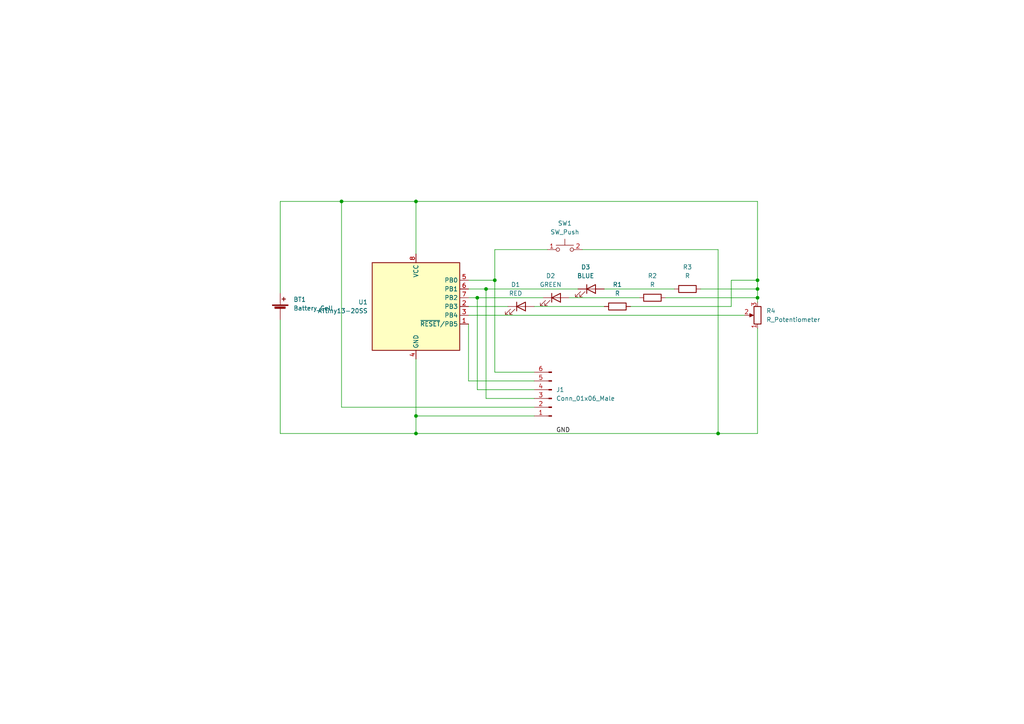
<source format=kicad_sch>
(kicad_sch (version 20211123) (generator eeschema)
  (paper "A4")
  (lib_symbols
    (symbol "Connector:Conn_01x06_Male" (pin_names (offset 1.016) hide)
      (property "Reference" "J" (at 0 7.62 0))
      (property "Value" "Conn_01x06_Male" (at 0 -10.16 0))
      (symbol "Conn_01x06_Male_1_1"
        (polyline (pts (xy 1.27 -7.62) (xy 0.8636 -7.62)) (stroke (width 0.1524)))
        (polyline (pts (xy 1.27 -5.08) (xy 0.8636 -5.08)) (stroke (width 0.1524)))
        (polyline (pts (xy 1.27 -2.54) (xy 0.8636 -2.54)) (stroke (width 0.1524)))
        (polyline (pts (xy 1.27 0) (xy 0.8636 0)) (stroke (width 0.1524)))
        (polyline (pts (xy 1.27 2.54) (xy 0.8636 2.54)) (stroke (width 0.1524)))
        (polyline (pts (xy 1.27 5.08) (xy 0.8636 5.08)) (stroke (width 0.1524)))
        (rectangle (start 0.8636 -7.493) (end 0 -7.747) (stroke (width 0.1524)) (fill (type outline)))
        (rectangle (start 0.8636 -4.953) (end 0 -5.207) (stroke (width 0.1524)) (fill (type outline)))
        (rectangle (start 0.8636 -2.413) (end 0 -2.667) (stroke (width 0.1524)) (fill (type outline)))
        (rectangle (start 0.8636 0.127) (end 0 -0.127) (stroke (width 0.1524)) (fill (type outline)))
        (rectangle (start 0.8636 2.667) (end 0 2.413) (stroke (width 0.1524)) (fill (type outline)))
        (rectangle (start 0.8636 5.207) (end 0 4.953) (stroke (width 0.1524)) (fill (type outline)))
        (pin passive line (at 5.08 5.08 180) (length 3.81) (name "Pin_1") (number "1"))
        (pin passive line (at 5.08 2.54 180) (length 3.81) (name "Pin_2") (number "2"))
        (pin passive line (at 5.08 0 180) (length 3.81) (name "Pin_3") (number "3"))
        (pin passive line (at 5.08 -2.54 180) (length 3.81) (name "Pin_4") (number "4"))
        (pin passive line (at 5.08 -5.08 180) (length 3.81) (name "Pin_5") (number "5"))
        (pin passive line (at 5.08 -7.62 180) (length 3.81) (name "Pin_6") (number "6"))
      )
    )
    (symbol "Device:Battery_Cell" (pin_numbers hide) (pin_names (offset 0) hide)
      (property "Reference" "BT" (at 2.54 2.54 0))
      (property "Value" "Battery_Cell" (at 2.54 0 0))
      (symbol "Battery_Cell_0_1"
        (rectangle (start -2.286 1.778) (end 2.286 1.524) (fill (type outline)))
        (rectangle (start -1.5748 1.1938) (end 1.4732 0.6858) (fill (type outline)))
        (polyline (pts (xy 0 0.762) (xy 0 0)))
        (polyline (pts (xy 0 1.778) (xy 0 2.54)))
        (polyline (pts (xy 0.508 3.429) (xy 1.524 3.429)) (stroke (width 0.254)))
        (polyline (pts (xy 1.016 3.937) (xy 1.016 2.921)) (stroke (width 0.254)))
      )
      (symbol "Battery_Cell_1_1"
        (pin passive line (at 0 5.08 270) (length 2.54) (name "+") (number "1"))
        (pin passive line (at 0 -2.54 90) (length 2.54) (name "-") (number "2"))
      )
    )
    (symbol "Device:LED" (pin_numbers hide) (pin_names (offset 1.016) hide)
      (property "Reference" "D" (at 0 2.54 0))
      (property "Value" "LED" (at 0 -2.54 0))
      (symbol "LED_0_1"
        (polyline (pts (xy -1.27 -1.27) (xy -1.27 1.27)) (stroke (width 0.254)))
        (polyline (pts (xy -1.27 0) (xy 1.27 0)))
        (polyline (pts (xy 1.27 -1.27) (xy 1.27 1.27) (xy -1.27 0) (xy 1.27 -1.27)) (stroke (width 0.254)))
        (polyline (pts (xy -3.048 -0.762) (xy -4.572 -2.286) (xy -3.81 -2.286) (xy -4.572 -2.286) (xy -4.572 -1.524)))
        (polyline (pts (xy -1.778 -0.762) (xy -3.302 -2.286) (xy -2.54 -2.286) (xy -3.302 -2.286) (xy -3.302 -1.524)))
      )
      (symbol "LED_1_1"
        (pin passive line (at -3.81 0 0) (length 2.54) (name "K") (number "1"))
        (pin passive line (at 3.81 0 180) (length 2.54) (name "A") (number "2"))
      )
    )
    (symbol "Device:R" (pin_numbers hide) (pin_names (offset 0))
      (property "Reference" "R" (at 2.032 0 90))
      (property "Value" "R" (at 0 0 90))
      (symbol "R_0_1"
        (rectangle (start -1.016 -2.54) (end 1.016 2.54) (stroke (width 0.254)))
      )
      (symbol "R_1_1"
        (pin passive line (at 0 3.81 270) (length 1.27) (name "~") (number "1"))
        (pin passive line (at 0 -3.81 90) (length 1.27) (name "~") (number "2"))
      )
    )
    (symbol "Device:R_Potentiometer" (pin_names (offset 1.016) hide)
      (property "Reference" "RV" (at -4.445 0 90))
      (property "Value" "R_Potentiometer" (at -2.54 0 90))
      (symbol "R_Potentiometer_0_1"
        (polyline (pts (xy 2.54 0) (xy 1.524 0)))
        (polyline (pts (xy 1.143 0) (xy 2.286 0.508) (xy 2.286 -0.508) (xy 1.143 0)) (fill (type outline)))
        (rectangle (start 1.016 2.54) (end -1.016 -2.54) (stroke (width 0.254)))
      )
      (symbol "R_Potentiometer_1_1"
        (pin passive line (at 0 3.81 270) (length 1.27) (name "1") (number "1"))
        (pin passive line (at 3.81 0 180) (length 1.27) (name "2") (number "2"))
        (pin passive line (at 0 -3.81 90) (length 1.27) (name "3") (number "3"))
      )
    )
    (symbol "MCU_Microchip_ATtiny:ATtiny13-20SS"
      (property "Reference" "U" (at -12.7 13.97 0))
      (property "Value" "ATtiny13-20SS" (at 2.54 -13.97 0))
      (symbol "ATtiny13-20SS_0_1"
        (rectangle (start -12.7 -12.7) (end 12.7 12.7) (stroke (width 0.254)) (fill (type background)))
      )
      (symbol "ATtiny13-20SS_1_1"
        (pin bidirectional line (at 15.24 -5.08 180) (length 2.54) (name "~{RESET}/PB5") (number "1"))
        (pin bidirectional line (at 15.24 0 180) (length 2.54) (name "PB3") (number "2"))
        (pin bidirectional line (at 15.24 -2.54 180) (length 2.54) (name "PB4") (number "3"))
        (pin power_in line (at 0 -15.24 90) (length 2.54) (name "GND") (number "4"))
        (pin bidirectional line (at 15.24 7.62 180) (length 2.54) (name "PB0") (number "5"))
        (pin bidirectional line (at 15.24 5.08 180) (length 2.54) (name "PB1") (number "6"))
        (pin bidirectional line (at 15.24 2.54 180) (length 2.54) (name "PB2") (number "7"))
        (pin power_in line (at 0 15.24 270) (length 2.54) (name "VCC") (number "8"))
      )
    )
    (symbol "Switch:SW_Push" (pin_names (offset 1.016) hide)
      (property "Reference" "SW" (at 1.27 2.54 0))
      (property "Value" "SW_Push" (at 0 -1.524 0))
      (symbol "SW_Push_0_1"
        (circle (center -2.032 0) (radius 0.508))
        (polyline (pts (xy 0 1.27) (xy 0 3.048)))
        (polyline (pts (xy 2.54 1.27) (xy -2.54 1.27)))
        (circle (center 2.032 0) (radius 0.508))
        (pin passive line (at -5.08 0 0) (length 2.54) (name "1") (number "1"))
        (pin passive line (at 5.08 0 180) (length 2.54) (name "2") (number "2"))
      )
    )
  )
  (junction (at 208.28 125.73))
  (junction (at 140.97 83.82))
  (junction (at 120.65 58.42))
  (junction (at 120.65 120.65))
  (junction (at 219.71 81.28))
  (junction (at 99.06 58.42))
  (junction (at 219.71 83.82))
  (junction (at 143.51 81.28))
  (junction (at 219.71 86.36))
  (junction (at 120.65 125.73))
  (junction (at 138.43 86.36))
  (wire (pts (xy 212.09 88.9) (xy 212.09 81.28)))
  (wire (pts (xy 120.65 120.65) (xy 120.65 125.73)))
  (wire (pts (xy 193.04 86.36) (xy 219.71 86.36)))
  (wire (pts (xy 154.94 110.49) (xy 135.89 110.49)))
  (wire (pts (xy 219.71 81.28) (xy 219.71 58.42)))
  (wire (pts (xy 81.28 125.73) (xy 120.65 125.73)))
  (wire (pts (xy 143.51 72.39) (xy 143.51 81.28)))
  (wire (pts (xy 135.89 110.49) (xy 135.89 93.98)))
  (wire (pts (xy 138.43 113.03) (xy 138.43 86.36)))
  (wire (pts (xy 120.65 58.42) (xy 219.71 58.42)))
  (wire (pts (xy 154.94 107.95) (xy 143.51 107.95)))
  (wire (pts (xy 99.06 58.42) (xy 99.06 118.11)))
  (wire (pts (xy 175.26 83.82) (xy 195.58 83.82)))
  (wire (pts (xy 212.09 81.28) (xy 219.71 81.28)))
  (wire (pts (xy 99.06 58.42) (xy 120.65 58.42)))
  (wire (pts (xy 81.28 85.09) (xy 81.28 58.42)))
  (wire (pts (xy 154.94 120.65) (xy 120.65 120.65)))
  (wire (pts (xy 182.88 88.9) (xy 212.09 88.9)))
  (wire (pts (xy 208.28 72.39) (xy 208.28 125.73)))
  (wire (pts (xy 219.71 95.25) (xy 219.71 125.73)))
  (wire (pts (xy 135.89 91.44) (xy 215.9 91.44)))
  (wire (pts (xy 219.71 86.36) (xy 219.71 87.63)))
  (wire (pts (xy 138.43 86.36) (xy 135.89 86.36)))
  (wire (pts (xy 154.94 88.9) (xy 175.26 88.9)))
  (wire (pts (xy 219.71 83.82) (xy 219.71 86.36)))
  (wire (pts (xy 81.28 58.42) (xy 99.06 58.42)))
  (wire (pts (xy 143.51 107.95) (xy 143.51 81.28)))
  (wire (pts (xy 219.71 125.73) (xy 208.28 125.73)))
  (wire (pts (xy 154.94 115.57) (xy 140.97 115.57)))
  (wire (pts (xy 165.1 86.36) (xy 185.42 86.36)))
  (wire (pts (xy 120.65 125.73) (xy 208.28 125.73)))
  (wire (pts (xy 135.89 88.9) (xy 147.32 88.9)))
  (wire (pts (xy 140.97 83.82) (xy 167.64 83.82)))
  (wire (pts (xy 203.2 83.82) (xy 219.71 83.82)))
  (wire (pts (xy 140.97 115.57) (xy 140.97 83.82)))
  (wire (pts (xy 158.75 72.39) (xy 143.51 72.39)))
  (wire (pts (xy 138.43 86.36) (xy 157.48 86.36)))
  (wire (pts (xy 219.71 83.82) (xy 219.71 81.28)))
  (wire (pts (xy 143.51 81.28) (xy 135.89 81.28)))
  (wire (pts (xy 168.91 72.39) (xy 208.28 72.39)))
  (wire (pts (xy 154.94 118.11) (xy 99.06 118.11)))
  (wire (pts (xy 81.28 92.71) (xy 81.28 125.73)))
  (wire (pts (xy 140.97 83.82) (xy 135.89 83.82)))
  (wire (pts (xy 154.94 113.03) (xy 138.43 113.03)))
  (wire (pts (xy 120.65 58.42) (xy 120.65 73.66)))
  (wire (pts (xy 120.65 104.14) (xy 120.65 120.65)))
  (label "GND" (at 161.29 125.73 0))
  (symbol (lib_id "Device:LED") (at 171.45 83.82 0) (unit 1)
    (property "Reference" "D3" (at 169.8625 77.47 0))
    (property "Value" "BLUE" (at 169.8625 80.01 0))
    (property "Footprint" "LED_SMD:LED_1206_3216Metric" (effects hide))
  )
  (symbol (lib_id "Device:LED") (at 151.13 88.9 0) (unit 1)
    (property "Reference" "D1" (at 149.5425 82.55 0))
    (property "Value" "RED" (at 149.5425 85.09 0))
    (property "Footprint" "LED_SMD:LED_1206_3216Metric" (effects hide))
  )
  (symbol (lib_id "Device:R") (at 199.39 83.82 90) (unit 1)
    (property "Reference" "R3" (at 199.39 77.47 90))
    (property "Value" "R" (at 199.39 80.01 90))
    (property "Footprint" "Resistor_SMD:R_0805_2012Metric" (effects hide))
  )
  (symbol (lib_id "Device:R") (at 189.23 86.36 90) (unit 1)
    (property "Reference" "R2" (at 189.23 80.01 90))
    (property "Value" "R" (at 189.23 82.55 90))
    (property "Footprint" "Resistor_SMD:R_0805_2012Metric" (effects hide))
  )
  (symbol (lib_id "Device:R_Potentiometer") (at 219.71 91.44 180) (unit 1)
    (property "Reference" "R4" (at 222.25 90.1699 0) (effects (justify right)))
    (property "Value" "R_Potentiometer" (at 222.25 92.7099 0) (effects (justify right)))
    (property "Footprint" "Potentiometer_THT:Potentiometer_Bourns_3339P_Vertical" (effects hide))
  )
  (symbol (lib_id "Device:Battery_Cell") (at 81.28 90.17 0) (unit 1)
    (property "Reference" "BT1" (at 85.09 86.8679 0) (effects (justify left)))
    (property "Value" "Battery_Cell" (at 85.09 89.4079 0) (effects (justify left)))
    (property "Footprint" "Battery:BatteryHolder_Keystone_103_1x20mm" (effects hide))
  )
  (symbol (lib_id "Switch:SW_Push") (at 163.83 72.39 0) (unit 1)
    (property "Reference" "SW1" (at 163.83 64.77 0))
    (property "Value" "SW_Push" (at 163.83 67.31 0))
    (property "Footprint" "Library:CK PTS635SL43 LFS" (effects hide))
  )
  (symbol (lib_id "Device:LED") (at 161.29 86.36 0) (unit 1)
    (property "Reference" "D2" (at 159.7025 80.01 0))
    (property "Value" "GREEN" (at 159.7025 82.55 0))
    (property "Footprint" "LED_SMD:LED_1206_3216Metric" (effects hide))
  )
  (symbol (lib_id "Connector:Conn_01x06_Male") (at 160.02 115.57 180) (unit 1)
    (property "Reference" "J1" (at 161.29 113.0299 0) (effects (justify right)))
    (property "Value" "Conn_01x06_Male" (at 161.29 115.5699 0) (effects (justify right)))
    (property "Footprint" "Connector_PinHeader_2.54mm:PinHeader_2x03_P2.54mm_Vertical" (effects hide))
  )
  (symbol (lib_id "Device:R") (at 179.07 88.9 90) (unit 1)
    (property "Reference" "R1" (at 179.07 82.55 90))
    (property "Value" "R" (at 179.07 85.09 90))
    (property "Footprint" "Resistor_SMD:R_0805_2012Metric" (effects hide))
  )
  (symbol (lib_id "MCU_Microchip_ATtiny:ATtiny13-20SS") (at 120.65 88.9 0) (unit 1)
    (property "Reference" "U1" (at 106.68 87.6299 0) (effects (justify right)))
    (property "Value" "ATtiny13-20SS" (at 106.68 90.1699 0) (effects (justify right)))
    (property "Footprint" "Package_SO:SOIC-8_3.9x4.9mm_P1.27mm" (effects hide))
    (property "Datasheet" "http://ww1.microchip.com/downloads/en/DeviceDoc/doc2535.pdf" (effects hide))
  )
)
</source>
